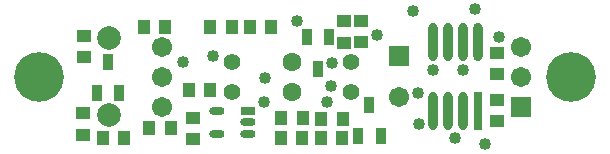
<source format=gbs>
%FSTAX24Y24*%
%MOIN*%
G70*
G01*
G75*
G04 Layer_Color=8388736*
%ADD10R,0.0807X0.0886*%
%ADD11R,0.0492X0.0630*%
%ADD12R,0.0315X0.0374*%
%ADD13R,0.0374X0.0315*%
%ADD14R,0.0472X0.0256*%
%ADD15R,0.0256X0.0472*%
%ADD16R,0.0630X0.0630*%
%ADD17O,0.0472X0.0217*%
%ADD18R,0.0472X0.0217*%
%ADD19C,0.0100*%
%ADD20R,0.0591X0.0591*%
%ADD21C,0.0591*%
%ADD22C,0.0472*%
%ADD23C,0.0551*%
%ADD24C,0.1575*%
%ADD25C,0.0709*%
%ADD26C,0.0320*%
%ADD27O,0.0236X0.1204*%
%ADD28O,0.0236X0.1200*%
%ADD29R,0.0236X0.1200*%
%ADD30C,0.0197*%
%ADD31C,0.0080*%
%ADD32C,0.0039*%
%ADD33C,0.0079*%
%ADD34C,0.0004*%
%ADD35R,0.0887X0.0966*%
%ADD36R,0.0572X0.0710*%
%ADD37R,0.0395X0.0454*%
%ADD38R,0.0454X0.0395*%
%ADD39R,0.0552X0.0336*%
%ADD40R,0.0336X0.0552*%
%ADD41R,0.0710X0.0710*%
%ADD42O,0.0512X0.0256*%
%ADD43R,0.0512X0.0256*%
%ADD44R,0.0671X0.0671*%
%ADD45C,0.0671*%
%ADD46C,0.0552*%
%ADD47C,0.0631*%
%ADD48C,0.1655*%
%ADD49C,0.0789*%
%ADD50C,0.0400*%
%ADD51O,0.0316X0.1284*%
%ADD52O,0.0316X0.1280*%
%ADD53R,0.0316X0.1280*%
D37*
X23531Y145619D02*
D03*
X236019D02*
D03*
X236204Y14225D02*
D03*
X235496D02*
D03*
X233952Y141928D02*
D03*
X23466D02*
D03*
X239892Y142566D02*
D03*
X2406D02*
D03*
X241225Y142558D02*
D03*
X241934D02*
D03*
X239882Y141926D02*
D03*
X24059D02*
D03*
X241212D02*
D03*
X24192D02*
D03*
X237515Y143523D02*
D03*
X236806D02*
D03*
X239552Y1456D02*
D03*
X238843D02*
D03*
X237524D02*
D03*
X238233D02*
D03*
D38*
X233272Y142027D02*
D03*
Y142735D02*
D03*
X241986Y1458D02*
D03*
Y145092D02*
D03*
X24254Y145804D02*
D03*
Y145096D02*
D03*
X236944Y142588D02*
D03*
Y141879D02*
D03*
X233322Y145314D02*
D03*
Y144606D02*
D03*
X247081Y144753D02*
D03*
Y144044D02*
D03*
X247081Y143188D02*
D03*
Y14248D02*
D03*
D40*
X233736Y143414D02*
D03*
X234484D02*
D03*
X23411Y144459D02*
D03*
X24149Y145268D02*
D03*
X240742D02*
D03*
X241116Y144223D02*
D03*
X242452Y141973D02*
D03*
X2432D02*
D03*
X242826Y143018D02*
D03*
D42*
X238778Y142062D02*
D03*
Y142436D02*
D03*
X237744Y142062D02*
D03*
Y14281D02*
D03*
D43*
X238778Y14281D02*
D03*
D44*
X2438Y144645D02*
D03*
X247879Y142952D02*
D03*
D45*
X2438Y143267D02*
D03*
X247879Y144952D02*
D03*
Y143952D02*
D03*
X23591Y143956D02*
D03*
Y142961D02*
D03*
Y144951D02*
D03*
D46*
X242229Y144456D02*
D03*
Y143456D02*
D03*
X238263Y144456D02*
D03*
Y143456D02*
D03*
D47*
X24025Y143456D02*
D03*
Y144456D02*
D03*
D48*
X249532Y143956D02*
D03*
X231826D02*
D03*
D49*
X234139Y142676D02*
D03*
Y145235D02*
D03*
D50*
X246356Y146206D02*
D03*
X245954Y144166D02*
D03*
X244954D02*
D03*
X239316Y143106D02*
D03*
X244436Y143416D02*
D03*
X241536Y143646D02*
D03*
X240409Y145797D02*
D03*
X243066Y145334D02*
D03*
X247131Y145265D02*
D03*
X246669Y141702D02*
D03*
X236629Y144438D02*
D03*
X239355Y143917D02*
D03*
X237613Y144645D02*
D03*
X245694Y141899D02*
D03*
X244493Y142391D02*
D03*
X241427Y143113D02*
D03*
X244267Y146151D02*
D03*
X241589Y144409D02*
D03*
D51*
X246454Y145106D02*
D03*
D52*
X244954D02*
D03*
X245954Y142806D02*
D03*
X245454D02*
D03*
X244954D02*
D03*
X245954Y145106D02*
D03*
X245454D02*
D03*
D53*
X246454Y142806D02*
D03*
M02*

</source>
